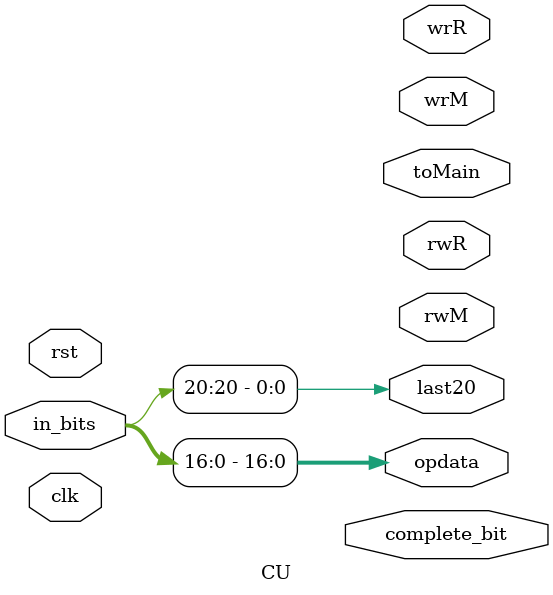
<source format=v>
`timescale 1ns / 1ps


module CU(
    input clk,rst,
    input [31:0] in_bits,
    output complete_bit, wrM,rwM,wrR,rwR,
    output [16:0] opdata,
    output  last20,
    output [18:0] toMain
    );

    reg [31:0] inn;
    reg [31:0] hold_i;
    
assign opdata = {in_bits[16:10], in_bits[9:7], in_bits[6:0]};
assign last20 = in_bits[20];

    
    always@ *
begin
    case (in_bits[6:0])
    
    7'b0110111 : begin 

                 end
    7'b0010111 : begin 
                       
                 end
    7'b1101111 : begin 
                       
                    
                 end
    7'b1100111 : begin 
    
                 end
                 
    7'b1100011 : begin
                                 case(in_bits[14:12])
                 3'd0:begin end
                 3'd1:begin end
                 3'd4:begin  end
                 3'd5:begin end
                 3'd6:begin end
                 3'd7:begin end
                 endcase
                 end
                 
      7'b0000011:begin
                 end
      7'b0100011:begin

                 end
      7'b0010011:begin
                 case(in_bits[14:12])
                 3'd0: begin  end
                 3'd2: begin  end
                 3'd3: begin  end
                 3'd4: begin  end
                 3'd6: begin  end
                 3'd7: begin  end
                 3'd1: begin  end
                 3'd5: begin 
                 if(in_bits[31:25]==7'b0100000)
                 begin
                 
                 end
                 else if(in_bits[31:25]==7'd0)
                 begin
                 
                 end
                 end
                 endcase
                 
                 end
      7'b0110011:begin
                 case(in_bits[14:12])
                 3'd0 : if(in_bits[31:25]==7'd0) begin  end
                 else if(in_bits[31:25]==7'b0100000) begin   end
                 
                 3'd1: begin  end
                 3'd2: begin  end
                 3'd3: begin  end
                 3'd4: begin  end
                 3'd5 : begin  if(in_bits[31:25]==7'd0) begin  end
                 else if(in_bits[31:25]==7'b0100000) begin   end end
                 3'd6 : begin  end
                 3'd7 : begin  end
                 endcase
                 
                 end
      7'b0001111 : begin
                 
                 end
      7'b1110011 : begin
                 if(in_bits[31:20]==12'b000000000000)begin end
                 else if(in_bits[31:20]==12'b000000000001) begin end
                 end
                 




    endcase
end

    
endmodule

</source>
